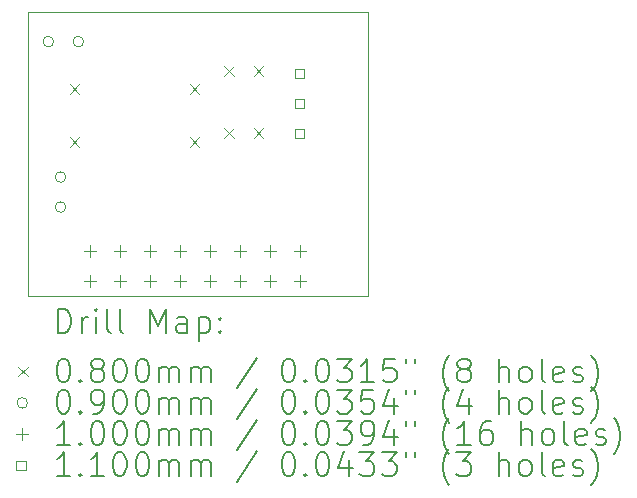
<source format=gbr>
%TF.GenerationSoftware,KiCad,Pcbnew,(6.0.10)*%
%TF.CreationDate,2023-01-21T10:24:11+01:00*%
%TF.ProjectId,MS 5V for Powr Bus,4d532035-5620-4666-9f72-20506f777220,rev?*%
%TF.SameCoordinates,Original*%
%TF.FileFunction,Drillmap*%
%TF.FilePolarity,Positive*%
%FSLAX45Y45*%
G04 Gerber Fmt 4.5, Leading zero omitted, Abs format (unit mm)*
G04 Created by KiCad (PCBNEW (6.0.10)) date 2023-01-21 10:24:11*
%MOMM*%
%LPD*%
G01*
G04 APERTURE LIST*
%ADD10C,0.100000*%
%ADD11C,0.200000*%
%ADD12C,0.080000*%
%ADD13C,0.090000*%
%ADD14C,0.110000*%
G04 APERTURE END LIST*
D10*
X17850000Y-9900000D02*
X14975000Y-9900000D01*
X14975000Y-9900000D02*
X14975000Y-7500000D01*
X17850000Y-7500000D02*
X17850000Y-9900000D01*
X14975000Y-7500000D02*
X17850000Y-7500000D01*
D11*
D12*
X15327000Y-8110000D02*
X15407000Y-8190000D01*
X15407000Y-8110000D02*
X15327000Y-8190000D01*
X15327000Y-8560000D02*
X15407000Y-8640000D01*
X15407000Y-8560000D02*
X15327000Y-8640000D01*
X16343000Y-8110000D02*
X16423000Y-8190000D01*
X16423000Y-8110000D02*
X16343000Y-8190000D01*
X16343000Y-8560000D02*
X16423000Y-8640000D01*
X16423000Y-8560000D02*
X16343000Y-8640000D01*
X16635000Y-7960000D02*
X16715000Y-8040000D01*
X16715000Y-7960000D02*
X16635000Y-8040000D01*
X16635000Y-8485000D02*
X16715000Y-8565000D01*
X16715000Y-8485000D02*
X16635000Y-8565000D01*
X16885000Y-7960000D02*
X16965000Y-8040000D01*
X16965000Y-7960000D02*
X16885000Y-8040000D01*
X16885000Y-8485000D02*
X16965000Y-8565000D01*
X16965000Y-8485000D02*
X16885000Y-8565000D01*
D13*
X15191000Y-7750000D02*
G75*
G03*
X15191000Y-7750000I-45000J0D01*
G01*
X15295000Y-8897000D02*
G75*
G03*
X15295000Y-8897000I-45000J0D01*
G01*
X15295000Y-9151000D02*
G75*
G03*
X15295000Y-9151000I-45000J0D01*
G01*
X15445000Y-7750000D02*
G75*
G03*
X15445000Y-7750000I-45000J0D01*
G01*
D10*
X15497000Y-9475000D02*
X15497000Y-9575000D01*
X15447000Y-9525000D02*
X15547000Y-9525000D01*
X15497000Y-9729000D02*
X15497000Y-9829000D01*
X15447000Y-9779000D02*
X15547000Y-9779000D01*
X15751000Y-9475000D02*
X15751000Y-9575000D01*
X15701000Y-9525000D02*
X15801000Y-9525000D01*
X15751000Y-9729000D02*
X15751000Y-9829000D01*
X15701000Y-9779000D02*
X15801000Y-9779000D01*
X16005000Y-9475000D02*
X16005000Y-9575000D01*
X15955000Y-9525000D02*
X16055000Y-9525000D01*
X16005000Y-9729000D02*
X16005000Y-9829000D01*
X15955000Y-9779000D02*
X16055000Y-9779000D01*
X16259000Y-9475000D02*
X16259000Y-9575000D01*
X16209000Y-9525000D02*
X16309000Y-9525000D01*
X16259000Y-9729000D02*
X16259000Y-9829000D01*
X16209000Y-9779000D02*
X16309000Y-9779000D01*
X16513000Y-9475000D02*
X16513000Y-9575000D01*
X16463000Y-9525000D02*
X16563000Y-9525000D01*
X16513000Y-9729000D02*
X16513000Y-9829000D01*
X16463000Y-9779000D02*
X16563000Y-9779000D01*
X16767000Y-9475000D02*
X16767000Y-9575000D01*
X16717000Y-9525000D02*
X16817000Y-9525000D01*
X16767000Y-9729000D02*
X16767000Y-9829000D01*
X16717000Y-9779000D02*
X16817000Y-9779000D01*
X17021000Y-9475000D02*
X17021000Y-9575000D01*
X16971000Y-9525000D02*
X17071000Y-9525000D01*
X17021000Y-9729000D02*
X17021000Y-9829000D01*
X16971000Y-9779000D02*
X17071000Y-9779000D01*
X17275000Y-9475000D02*
X17275000Y-9575000D01*
X17225000Y-9525000D02*
X17325000Y-9525000D01*
X17275000Y-9729000D02*
X17275000Y-9829000D01*
X17225000Y-9779000D02*
X17325000Y-9779000D01*
D14*
X17313891Y-8055891D02*
X17313891Y-7978109D01*
X17236109Y-7978109D01*
X17236109Y-8055891D01*
X17313891Y-8055891D01*
X17313891Y-8309891D02*
X17313891Y-8232109D01*
X17236109Y-8232109D01*
X17236109Y-8309891D01*
X17313891Y-8309891D01*
X17313891Y-8563891D02*
X17313891Y-8486109D01*
X17236109Y-8486109D01*
X17236109Y-8563891D01*
X17313891Y-8563891D01*
D11*
X15227619Y-10215476D02*
X15227619Y-10015476D01*
X15275238Y-10015476D01*
X15303809Y-10025000D01*
X15322857Y-10044048D01*
X15332381Y-10063095D01*
X15341905Y-10101190D01*
X15341905Y-10129762D01*
X15332381Y-10167857D01*
X15322857Y-10186905D01*
X15303809Y-10205952D01*
X15275238Y-10215476D01*
X15227619Y-10215476D01*
X15427619Y-10215476D02*
X15427619Y-10082143D01*
X15427619Y-10120238D02*
X15437143Y-10101190D01*
X15446667Y-10091667D01*
X15465714Y-10082143D01*
X15484762Y-10082143D01*
X15551428Y-10215476D02*
X15551428Y-10082143D01*
X15551428Y-10015476D02*
X15541905Y-10025000D01*
X15551428Y-10034524D01*
X15560952Y-10025000D01*
X15551428Y-10015476D01*
X15551428Y-10034524D01*
X15675238Y-10215476D02*
X15656190Y-10205952D01*
X15646667Y-10186905D01*
X15646667Y-10015476D01*
X15780000Y-10215476D02*
X15760952Y-10205952D01*
X15751428Y-10186905D01*
X15751428Y-10015476D01*
X16008571Y-10215476D02*
X16008571Y-10015476D01*
X16075238Y-10158333D01*
X16141905Y-10015476D01*
X16141905Y-10215476D01*
X16322857Y-10215476D02*
X16322857Y-10110714D01*
X16313333Y-10091667D01*
X16294286Y-10082143D01*
X16256190Y-10082143D01*
X16237143Y-10091667D01*
X16322857Y-10205952D02*
X16303809Y-10215476D01*
X16256190Y-10215476D01*
X16237143Y-10205952D01*
X16227619Y-10186905D01*
X16227619Y-10167857D01*
X16237143Y-10148810D01*
X16256190Y-10139286D01*
X16303809Y-10139286D01*
X16322857Y-10129762D01*
X16418095Y-10082143D02*
X16418095Y-10282143D01*
X16418095Y-10091667D02*
X16437143Y-10082143D01*
X16475238Y-10082143D01*
X16494286Y-10091667D01*
X16503809Y-10101190D01*
X16513333Y-10120238D01*
X16513333Y-10177381D01*
X16503809Y-10196429D01*
X16494286Y-10205952D01*
X16475238Y-10215476D01*
X16437143Y-10215476D01*
X16418095Y-10205952D01*
X16599048Y-10196429D02*
X16608571Y-10205952D01*
X16599048Y-10215476D01*
X16589524Y-10205952D01*
X16599048Y-10196429D01*
X16599048Y-10215476D01*
X16599048Y-10091667D02*
X16608571Y-10101190D01*
X16599048Y-10110714D01*
X16589524Y-10101190D01*
X16599048Y-10091667D01*
X16599048Y-10110714D01*
D12*
X14890000Y-10505000D02*
X14970000Y-10585000D01*
X14970000Y-10505000D02*
X14890000Y-10585000D01*
D11*
X15265714Y-10435476D02*
X15284762Y-10435476D01*
X15303809Y-10445000D01*
X15313333Y-10454524D01*
X15322857Y-10473571D01*
X15332381Y-10511667D01*
X15332381Y-10559286D01*
X15322857Y-10597381D01*
X15313333Y-10616429D01*
X15303809Y-10625952D01*
X15284762Y-10635476D01*
X15265714Y-10635476D01*
X15246667Y-10625952D01*
X15237143Y-10616429D01*
X15227619Y-10597381D01*
X15218095Y-10559286D01*
X15218095Y-10511667D01*
X15227619Y-10473571D01*
X15237143Y-10454524D01*
X15246667Y-10445000D01*
X15265714Y-10435476D01*
X15418095Y-10616429D02*
X15427619Y-10625952D01*
X15418095Y-10635476D01*
X15408571Y-10625952D01*
X15418095Y-10616429D01*
X15418095Y-10635476D01*
X15541905Y-10521190D02*
X15522857Y-10511667D01*
X15513333Y-10502143D01*
X15503809Y-10483095D01*
X15503809Y-10473571D01*
X15513333Y-10454524D01*
X15522857Y-10445000D01*
X15541905Y-10435476D01*
X15580000Y-10435476D01*
X15599048Y-10445000D01*
X15608571Y-10454524D01*
X15618095Y-10473571D01*
X15618095Y-10483095D01*
X15608571Y-10502143D01*
X15599048Y-10511667D01*
X15580000Y-10521190D01*
X15541905Y-10521190D01*
X15522857Y-10530714D01*
X15513333Y-10540238D01*
X15503809Y-10559286D01*
X15503809Y-10597381D01*
X15513333Y-10616429D01*
X15522857Y-10625952D01*
X15541905Y-10635476D01*
X15580000Y-10635476D01*
X15599048Y-10625952D01*
X15608571Y-10616429D01*
X15618095Y-10597381D01*
X15618095Y-10559286D01*
X15608571Y-10540238D01*
X15599048Y-10530714D01*
X15580000Y-10521190D01*
X15741905Y-10435476D02*
X15760952Y-10435476D01*
X15780000Y-10445000D01*
X15789524Y-10454524D01*
X15799048Y-10473571D01*
X15808571Y-10511667D01*
X15808571Y-10559286D01*
X15799048Y-10597381D01*
X15789524Y-10616429D01*
X15780000Y-10625952D01*
X15760952Y-10635476D01*
X15741905Y-10635476D01*
X15722857Y-10625952D01*
X15713333Y-10616429D01*
X15703809Y-10597381D01*
X15694286Y-10559286D01*
X15694286Y-10511667D01*
X15703809Y-10473571D01*
X15713333Y-10454524D01*
X15722857Y-10445000D01*
X15741905Y-10435476D01*
X15932381Y-10435476D02*
X15951428Y-10435476D01*
X15970476Y-10445000D01*
X15980000Y-10454524D01*
X15989524Y-10473571D01*
X15999048Y-10511667D01*
X15999048Y-10559286D01*
X15989524Y-10597381D01*
X15980000Y-10616429D01*
X15970476Y-10625952D01*
X15951428Y-10635476D01*
X15932381Y-10635476D01*
X15913333Y-10625952D01*
X15903809Y-10616429D01*
X15894286Y-10597381D01*
X15884762Y-10559286D01*
X15884762Y-10511667D01*
X15894286Y-10473571D01*
X15903809Y-10454524D01*
X15913333Y-10445000D01*
X15932381Y-10435476D01*
X16084762Y-10635476D02*
X16084762Y-10502143D01*
X16084762Y-10521190D02*
X16094286Y-10511667D01*
X16113333Y-10502143D01*
X16141905Y-10502143D01*
X16160952Y-10511667D01*
X16170476Y-10530714D01*
X16170476Y-10635476D01*
X16170476Y-10530714D02*
X16180000Y-10511667D01*
X16199048Y-10502143D01*
X16227619Y-10502143D01*
X16246667Y-10511667D01*
X16256190Y-10530714D01*
X16256190Y-10635476D01*
X16351428Y-10635476D02*
X16351428Y-10502143D01*
X16351428Y-10521190D02*
X16360952Y-10511667D01*
X16380000Y-10502143D01*
X16408571Y-10502143D01*
X16427619Y-10511667D01*
X16437143Y-10530714D01*
X16437143Y-10635476D01*
X16437143Y-10530714D02*
X16446667Y-10511667D01*
X16465714Y-10502143D01*
X16494286Y-10502143D01*
X16513333Y-10511667D01*
X16522857Y-10530714D01*
X16522857Y-10635476D01*
X16913333Y-10425952D02*
X16741905Y-10683095D01*
X17170476Y-10435476D02*
X17189524Y-10435476D01*
X17208571Y-10445000D01*
X17218095Y-10454524D01*
X17227619Y-10473571D01*
X17237143Y-10511667D01*
X17237143Y-10559286D01*
X17227619Y-10597381D01*
X17218095Y-10616429D01*
X17208571Y-10625952D01*
X17189524Y-10635476D01*
X17170476Y-10635476D01*
X17151429Y-10625952D01*
X17141905Y-10616429D01*
X17132381Y-10597381D01*
X17122857Y-10559286D01*
X17122857Y-10511667D01*
X17132381Y-10473571D01*
X17141905Y-10454524D01*
X17151429Y-10445000D01*
X17170476Y-10435476D01*
X17322857Y-10616429D02*
X17332381Y-10625952D01*
X17322857Y-10635476D01*
X17313333Y-10625952D01*
X17322857Y-10616429D01*
X17322857Y-10635476D01*
X17456190Y-10435476D02*
X17475238Y-10435476D01*
X17494286Y-10445000D01*
X17503810Y-10454524D01*
X17513333Y-10473571D01*
X17522857Y-10511667D01*
X17522857Y-10559286D01*
X17513333Y-10597381D01*
X17503810Y-10616429D01*
X17494286Y-10625952D01*
X17475238Y-10635476D01*
X17456190Y-10635476D01*
X17437143Y-10625952D01*
X17427619Y-10616429D01*
X17418095Y-10597381D01*
X17408571Y-10559286D01*
X17408571Y-10511667D01*
X17418095Y-10473571D01*
X17427619Y-10454524D01*
X17437143Y-10445000D01*
X17456190Y-10435476D01*
X17589524Y-10435476D02*
X17713333Y-10435476D01*
X17646667Y-10511667D01*
X17675238Y-10511667D01*
X17694286Y-10521190D01*
X17703810Y-10530714D01*
X17713333Y-10549762D01*
X17713333Y-10597381D01*
X17703810Y-10616429D01*
X17694286Y-10625952D01*
X17675238Y-10635476D01*
X17618095Y-10635476D01*
X17599048Y-10625952D01*
X17589524Y-10616429D01*
X17903810Y-10635476D02*
X17789524Y-10635476D01*
X17846667Y-10635476D02*
X17846667Y-10435476D01*
X17827619Y-10464048D01*
X17808571Y-10483095D01*
X17789524Y-10492619D01*
X18084762Y-10435476D02*
X17989524Y-10435476D01*
X17980000Y-10530714D01*
X17989524Y-10521190D01*
X18008571Y-10511667D01*
X18056190Y-10511667D01*
X18075238Y-10521190D01*
X18084762Y-10530714D01*
X18094286Y-10549762D01*
X18094286Y-10597381D01*
X18084762Y-10616429D01*
X18075238Y-10625952D01*
X18056190Y-10635476D01*
X18008571Y-10635476D01*
X17989524Y-10625952D01*
X17980000Y-10616429D01*
X18170476Y-10435476D02*
X18170476Y-10473571D01*
X18246667Y-10435476D02*
X18246667Y-10473571D01*
X18541905Y-10711667D02*
X18532381Y-10702143D01*
X18513333Y-10673571D01*
X18503810Y-10654524D01*
X18494286Y-10625952D01*
X18484762Y-10578333D01*
X18484762Y-10540238D01*
X18494286Y-10492619D01*
X18503810Y-10464048D01*
X18513333Y-10445000D01*
X18532381Y-10416429D01*
X18541905Y-10406905D01*
X18646667Y-10521190D02*
X18627619Y-10511667D01*
X18618095Y-10502143D01*
X18608571Y-10483095D01*
X18608571Y-10473571D01*
X18618095Y-10454524D01*
X18627619Y-10445000D01*
X18646667Y-10435476D01*
X18684762Y-10435476D01*
X18703810Y-10445000D01*
X18713333Y-10454524D01*
X18722857Y-10473571D01*
X18722857Y-10483095D01*
X18713333Y-10502143D01*
X18703810Y-10511667D01*
X18684762Y-10521190D01*
X18646667Y-10521190D01*
X18627619Y-10530714D01*
X18618095Y-10540238D01*
X18608571Y-10559286D01*
X18608571Y-10597381D01*
X18618095Y-10616429D01*
X18627619Y-10625952D01*
X18646667Y-10635476D01*
X18684762Y-10635476D01*
X18703810Y-10625952D01*
X18713333Y-10616429D01*
X18722857Y-10597381D01*
X18722857Y-10559286D01*
X18713333Y-10540238D01*
X18703810Y-10530714D01*
X18684762Y-10521190D01*
X18960952Y-10635476D02*
X18960952Y-10435476D01*
X19046667Y-10635476D02*
X19046667Y-10530714D01*
X19037143Y-10511667D01*
X19018095Y-10502143D01*
X18989524Y-10502143D01*
X18970476Y-10511667D01*
X18960952Y-10521190D01*
X19170476Y-10635476D02*
X19151429Y-10625952D01*
X19141905Y-10616429D01*
X19132381Y-10597381D01*
X19132381Y-10540238D01*
X19141905Y-10521190D01*
X19151429Y-10511667D01*
X19170476Y-10502143D01*
X19199048Y-10502143D01*
X19218095Y-10511667D01*
X19227619Y-10521190D01*
X19237143Y-10540238D01*
X19237143Y-10597381D01*
X19227619Y-10616429D01*
X19218095Y-10625952D01*
X19199048Y-10635476D01*
X19170476Y-10635476D01*
X19351429Y-10635476D02*
X19332381Y-10625952D01*
X19322857Y-10606905D01*
X19322857Y-10435476D01*
X19503810Y-10625952D02*
X19484762Y-10635476D01*
X19446667Y-10635476D01*
X19427619Y-10625952D01*
X19418095Y-10606905D01*
X19418095Y-10530714D01*
X19427619Y-10511667D01*
X19446667Y-10502143D01*
X19484762Y-10502143D01*
X19503810Y-10511667D01*
X19513333Y-10530714D01*
X19513333Y-10549762D01*
X19418095Y-10568810D01*
X19589524Y-10625952D02*
X19608571Y-10635476D01*
X19646667Y-10635476D01*
X19665714Y-10625952D01*
X19675238Y-10606905D01*
X19675238Y-10597381D01*
X19665714Y-10578333D01*
X19646667Y-10568810D01*
X19618095Y-10568810D01*
X19599048Y-10559286D01*
X19589524Y-10540238D01*
X19589524Y-10530714D01*
X19599048Y-10511667D01*
X19618095Y-10502143D01*
X19646667Y-10502143D01*
X19665714Y-10511667D01*
X19741905Y-10711667D02*
X19751429Y-10702143D01*
X19770476Y-10673571D01*
X19780000Y-10654524D01*
X19789524Y-10625952D01*
X19799048Y-10578333D01*
X19799048Y-10540238D01*
X19789524Y-10492619D01*
X19780000Y-10464048D01*
X19770476Y-10445000D01*
X19751429Y-10416429D01*
X19741905Y-10406905D01*
D13*
X14970000Y-10809000D02*
G75*
G03*
X14970000Y-10809000I-45000J0D01*
G01*
D11*
X15265714Y-10699476D02*
X15284762Y-10699476D01*
X15303809Y-10709000D01*
X15313333Y-10718524D01*
X15322857Y-10737571D01*
X15332381Y-10775667D01*
X15332381Y-10823286D01*
X15322857Y-10861381D01*
X15313333Y-10880429D01*
X15303809Y-10889952D01*
X15284762Y-10899476D01*
X15265714Y-10899476D01*
X15246667Y-10889952D01*
X15237143Y-10880429D01*
X15227619Y-10861381D01*
X15218095Y-10823286D01*
X15218095Y-10775667D01*
X15227619Y-10737571D01*
X15237143Y-10718524D01*
X15246667Y-10709000D01*
X15265714Y-10699476D01*
X15418095Y-10880429D02*
X15427619Y-10889952D01*
X15418095Y-10899476D01*
X15408571Y-10889952D01*
X15418095Y-10880429D01*
X15418095Y-10899476D01*
X15522857Y-10899476D02*
X15560952Y-10899476D01*
X15580000Y-10889952D01*
X15589524Y-10880429D01*
X15608571Y-10851857D01*
X15618095Y-10813762D01*
X15618095Y-10737571D01*
X15608571Y-10718524D01*
X15599048Y-10709000D01*
X15580000Y-10699476D01*
X15541905Y-10699476D01*
X15522857Y-10709000D01*
X15513333Y-10718524D01*
X15503809Y-10737571D01*
X15503809Y-10785190D01*
X15513333Y-10804238D01*
X15522857Y-10813762D01*
X15541905Y-10823286D01*
X15580000Y-10823286D01*
X15599048Y-10813762D01*
X15608571Y-10804238D01*
X15618095Y-10785190D01*
X15741905Y-10699476D02*
X15760952Y-10699476D01*
X15780000Y-10709000D01*
X15789524Y-10718524D01*
X15799048Y-10737571D01*
X15808571Y-10775667D01*
X15808571Y-10823286D01*
X15799048Y-10861381D01*
X15789524Y-10880429D01*
X15780000Y-10889952D01*
X15760952Y-10899476D01*
X15741905Y-10899476D01*
X15722857Y-10889952D01*
X15713333Y-10880429D01*
X15703809Y-10861381D01*
X15694286Y-10823286D01*
X15694286Y-10775667D01*
X15703809Y-10737571D01*
X15713333Y-10718524D01*
X15722857Y-10709000D01*
X15741905Y-10699476D01*
X15932381Y-10699476D02*
X15951428Y-10699476D01*
X15970476Y-10709000D01*
X15980000Y-10718524D01*
X15989524Y-10737571D01*
X15999048Y-10775667D01*
X15999048Y-10823286D01*
X15989524Y-10861381D01*
X15980000Y-10880429D01*
X15970476Y-10889952D01*
X15951428Y-10899476D01*
X15932381Y-10899476D01*
X15913333Y-10889952D01*
X15903809Y-10880429D01*
X15894286Y-10861381D01*
X15884762Y-10823286D01*
X15884762Y-10775667D01*
X15894286Y-10737571D01*
X15903809Y-10718524D01*
X15913333Y-10709000D01*
X15932381Y-10699476D01*
X16084762Y-10899476D02*
X16084762Y-10766143D01*
X16084762Y-10785190D02*
X16094286Y-10775667D01*
X16113333Y-10766143D01*
X16141905Y-10766143D01*
X16160952Y-10775667D01*
X16170476Y-10794714D01*
X16170476Y-10899476D01*
X16170476Y-10794714D02*
X16180000Y-10775667D01*
X16199048Y-10766143D01*
X16227619Y-10766143D01*
X16246667Y-10775667D01*
X16256190Y-10794714D01*
X16256190Y-10899476D01*
X16351428Y-10899476D02*
X16351428Y-10766143D01*
X16351428Y-10785190D02*
X16360952Y-10775667D01*
X16380000Y-10766143D01*
X16408571Y-10766143D01*
X16427619Y-10775667D01*
X16437143Y-10794714D01*
X16437143Y-10899476D01*
X16437143Y-10794714D02*
X16446667Y-10775667D01*
X16465714Y-10766143D01*
X16494286Y-10766143D01*
X16513333Y-10775667D01*
X16522857Y-10794714D01*
X16522857Y-10899476D01*
X16913333Y-10689952D02*
X16741905Y-10947095D01*
X17170476Y-10699476D02*
X17189524Y-10699476D01*
X17208571Y-10709000D01*
X17218095Y-10718524D01*
X17227619Y-10737571D01*
X17237143Y-10775667D01*
X17237143Y-10823286D01*
X17227619Y-10861381D01*
X17218095Y-10880429D01*
X17208571Y-10889952D01*
X17189524Y-10899476D01*
X17170476Y-10899476D01*
X17151429Y-10889952D01*
X17141905Y-10880429D01*
X17132381Y-10861381D01*
X17122857Y-10823286D01*
X17122857Y-10775667D01*
X17132381Y-10737571D01*
X17141905Y-10718524D01*
X17151429Y-10709000D01*
X17170476Y-10699476D01*
X17322857Y-10880429D02*
X17332381Y-10889952D01*
X17322857Y-10899476D01*
X17313333Y-10889952D01*
X17322857Y-10880429D01*
X17322857Y-10899476D01*
X17456190Y-10699476D02*
X17475238Y-10699476D01*
X17494286Y-10709000D01*
X17503810Y-10718524D01*
X17513333Y-10737571D01*
X17522857Y-10775667D01*
X17522857Y-10823286D01*
X17513333Y-10861381D01*
X17503810Y-10880429D01*
X17494286Y-10889952D01*
X17475238Y-10899476D01*
X17456190Y-10899476D01*
X17437143Y-10889952D01*
X17427619Y-10880429D01*
X17418095Y-10861381D01*
X17408571Y-10823286D01*
X17408571Y-10775667D01*
X17418095Y-10737571D01*
X17427619Y-10718524D01*
X17437143Y-10709000D01*
X17456190Y-10699476D01*
X17589524Y-10699476D02*
X17713333Y-10699476D01*
X17646667Y-10775667D01*
X17675238Y-10775667D01*
X17694286Y-10785190D01*
X17703810Y-10794714D01*
X17713333Y-10813762D01*
X17713333Y-10861381D01*
X17703810Y-10880429D01*
X17694286Y-10889952D01*
X17675238Y-10899476D01*
X17618095Y-10899476D01*
X17599048Y-10889952D01*
X17589524Y-10880429D01*
X17894286Y-10699476D02*
X17799048Y-10699476D01*
X17789524Y-10794714D01*
X17799048Y-10785190D01*
X17818095Y-10775667D01*
X17865714Y-10775667D01*
X17884762Y-10785190D01*
X17894286Y-10794714D01*
X17903810Y-10813762D01*
X17903810Y-10861381D01*
X17894286Y-10880429D01*
X17884762Y-10889952D01*
X17865714Y-10899476D01*
X17818095Y-10899476D01*
X17799048Y-10889952D01*
X17789524Y-10880429D01*
X18075238Y-10766143D02*
X18075238Y-10899476D01*
X18027619Y-10689952D02*
X17980000Y-10832810D01*
X18103810Y-10832810D01*
X18170476Y-10699476D02*
X18170476Y-10737571D01*
X18246667Y-10699476D02*
X18246667Y-10737571D01*
X18541905Y-10975667D02*
X18532381Y-10966143D01*
X18513333Y-10937571D01*
X18503810Y-10918524D01*
X18494286Y-10889952D01*
X18484762Y-10842333D01*
X18484762Y-10804238D01*
X18494286Y-10756619D01*
X18503810Y-10728048D01*
X18513333Y-10709000D01*
X18532381Y-10680429D01*
X18541905Y-10670905D01*
X18703810Y-10766143D02*
X18703810Y-10899476D01*
X18656190Y-10689952D02*
X18608571Y-10832810D01*
X18732381Y-10832810D01*
X18960952Y-10899476D02*
X18960952Y-10699476D01*
X19046667Y-10899476D02*
X19046667Y-10794714D01*
X19037143Y-10775667D01*
X19018095Y-10766143D01*
X18989524Y-10766143D01*
X18970476Y-10775667D01*
X18960952Y-10785190D01*
X19170476Y-10899476D02*
X19151429Y-10889952D01*
X19141905Y-10880429D01*
X19132381Y-10861381D01*
X19132381Y-10804238D01*
X19141905Y-10785190D01*
X19151429Y-10775667D01*
X19170476Y-10766143D01*
X19199048Y-10766143D01*
X19218095Y-10775667D01*
X19227619Y-10785190D01*
X19237143Y-10804238D01*
X19237143Y-10861381D01*
X19227619Y-10880429D01*
X19218095Y-10889952D01*
X19199048Y-10899476D01*
X19170476Y-10899476D01*
X19351429Y-10899476D02*
X19332381Y-10889952D01*
X19322857Y-10870905D01*
X19322857Y-10699476D01*
X19503810Y-10889952D02*
X19484762Y-10899476D01*
X19446667Y-10899476D01*
X19427619Y-10889952D01*
X19418095Y-10870905D01*
X19418095Y-10794714D01*
X19427619Y-10775667D01*
X19446667Y-10766143D01*
X19484762Y-10766143D01*
X19503810Y-10775667D01*
X19513333Y-10794714D01*
X19513333Y-10813762D01*
X19418095Y-10832810D01*
X19589524Y-10889952D02*
X19608571Y-10899476D01*
X19646667Y-10899476D01*
X19665714Y-10889952D01*
X19675238Y-10870905D01*
X19675238Y-10861381D01*
X19665714Y-10842333D01*
X19646667Y-10832810D01*
X19618095Y-10832810D01*
X19599048Y-10823286D01*
X19589524Y-10804238D01*
X19589524Y-10794714D01*
X19599048Y-10775667D01*
X19618095Y-10766143D01*
X19646667Y-10766143D01*
X19665714Y-10775667D01*
X19741905Y-10975667D02*
X19751429Y-10966143D01*
X19770476Y-10937571D01*
X19780000Y-10918524D01*
X19789524Y-10889952D01*
X19799048Y-10842333D01*
X19799048Y-10804238D01*
X19789524Y-10756619D01*
X19780000Y-10728048D01*
X19770476Y-10709000D01*
X19751429Y-10680429D01*
X19741905Y-10670905D01*
D10*
X14920000Y-11023000D02*
X14920000Y-11123000D01*
X14870000Y-11073000D02*
X14970000Y-11073000D01*
D11*
X15332381Y-11163476D02*
X15218095Y-11163476D01*
X15275238Y-11163476D02*
X15275238Y-10963476D01*
X15256190Y-10992048D01*
X15237143Y-11011095D01*
X15218095Y-11020619D01*
X15418095Y-11144429D02*
X15427619Y-11153952D01*
X15418095Y-11163476D01*
X15408571Y-11153952D01*
X15418095Y-11144429D01*
X15418095Y-11163476D01*
X15551428Y-10963476D02*
X15570476Y-10963476D01*
X15589524Y-10973000D01*
X15599048Y-10982524D01*
X15608571Y-11001571D01*
X15618095Y-11039667D01*
X15618095Y-11087286D01*
X15608571Y-11125381D01*
X15599048Y-11144429D01*
X15589524Y-11153952D01*
X15570476Y-11163476D01*
X15551428Y-11163476D01*
X15532381Y-11153952D01*
X15522857Y-11144429D01*
X15513333Y-11125381D01*
X15503809Y-11087286D01*
X15503809Y-11039667D01*
X15513333Y-11001571D01*
X15522857Y-10982524D01*
X15532381Y-10973000D01*
X15551428Y-10963476D01*
X15741905Y-10963476D02*
X15760952Y-10963476D01*
X15780000Y-10973000D01*
X15789524Y-10982524D01*
X15799048Y-11001571D01*
X15808571Y-11039667D01*
X15808571Y-11087286D01*
X15799048Y-11125381D01*
X15789524Y-11144429D01*
X15780000Y-11153952D01*
X15760952Y-11163476D01*
X15741905Y-11163476D01*
X15722857Y-11153952D01*
X15713333Y-11144429D01*
X15703809Y-11125381D01*
X15694286Y-11087286D01*
X15694286Y-11039667D01*
X15703809Y-11001571D01*
X15713333Y-10982524D01*
X15722857Y-10973000D01*
X15741905Y-10963476D01*
X15932381Y-10963476D02*
X15951428Y-10963476D01*
X15970476Y-10973000D01*
X15980000Y-10982524D01*
X15989524Y-11001571D01*
X15999048Y-11039667D01*
X15999048Y-11087286D01*
X15989524Y-11125381D01*
X15980000Y-11144429D01*
X15970476Y-11153952D01*
X15951428Y-11163476D01*
X15932381Y-11163476D01*
X15913333Y-11153952D01*
X15903809Y-11144429D01*
X15894286Y-11125381D01*
X15884762Y-11087286D01*
X15884762Y-11039667D01*
X15894286Y-11001571D01*
X15903809Y-10982524D01*
X15913333Y-10973000D01*
X15932381Y-10963476D01*
X16084762Y-11163476D02*
X16084762Y-11030143D01*
X16084762Y-11049190D02*
X16094286Y-11039667D01*
X16113333Y-11030143D01*
X16141905Y-11030143D01*
X16160952Y-11039667D01*
X16170476Y-11058714D01*
X16170476Y-11163476D01*
X16170476Y-11058714D02*
X16180000Y-11039667D01*
X16199048Y-11030143D01*
X16227619Y-11030143D01*
X16246667Y-11039667D01*
X16256190Y-11058714D01*
X16256190Y-11163476D01*
X16351428Y-11163476D02*
X16351428Y-11030143D01*
X16351428Y-11049190D02*
X16360952Y-11039667D01*
X16380000Y-11030143D01*
X16408571Y-11030143D01*
X16427619Y-11039667D01*
X16437143Y-11058714D01*
X16437143Y-11163476D01*
X16437143Y-11058714D02*
X16446667Y-11039667D01*
X16465714Y-11030143D01*
X16494286Y-11030143D01*
X16513333Y-11039667D01*
X16522857Y-11058714D01*
X16522857Y-11163476D01*
X16913333Y-10953952D02*
X16741905Y-11211095D01*
X17170476Y-10963476D02*
X17189524Y-10963476D01*
X17208571Y-10973000D01*
X17218095Y-10982524D01*
X17227619Y-11001571D01*
X17237143Y-11039667D01*
X17237143Y-11087286D01*
X17227619Y-11125381D01*
X17218095Y-11144429D01*
X17208571Y-11153952D01*
X17189524Y-11163476D01*
X17170476Y-11163476D01*
X17151429Y-11153952D01*
X17141905Y-11144429D01*
X17132381Y-11125381D01*
X17122857Y-11087286D01*
X17122857Y-11039667D01*
X17132381Y-11001571D01*
X17141905Y-10982524D01*
X17151429Y-10973000D01*
X17170476Y-10963476D01*
X17322857Y-11144429D02*
X17332381Y-11153952D01*
X17322857Y-11163476D01*
X17313333Y-11153952D01*
X17322857Y-11144429D01*
X17322857Y-11163476D01*
X17456190Y-10963476D02*
X17475238Y-10963476D01*
X17494286Y-10973000D01*
X17503810Y-10982524D01*
X17513333Y-11001571D01*
X17522857Y-11039667D01*
X17522857Y-11087286D01*
X17513333Y-11125381D01*
X17503810Y-11144429D01*
X17494286Y-11153952D01*
X17475238Y-11163476D01*
X17456190Y-11163476D01*
X17437143Y-11153952D01*
X17427619Y-11144429D01*
X17418095Y-11125381D01*
X17408571Y-11087286D01*
X17408571Y-11039667D01*
X17418095Y-11001571D01*
X17427619Y-10982524D01*
X17437143Y-10973000D01*
X17456190Y-10963476D01*
X17589524Y-10963476D02*
X17713333Y-10963476D01*
X17646667Y-11039667D01*
X17675238Y-11039667D01*
X17694286Y-11049190D01*
X17703810Y-11058714D01*
X17713333Y-11077762D01*
X17713333Y-11125381D01*
X17703810Y-11144429D01*
X17694286Y-11153952D01*
X17675238Y-11163476D01*
X17618095Y-11163476D01*
X17599048Y-11153952D01*
X17589524Y-11144429D01*
X17808571Y-11163476D02*
X17846667Y-11163476D01*
X17865714Y-11153952D01*
X17875238Y-11144429D01*
X17894286Y-11115857D01*
X17903810Y-11077762D01*
X17903810Y-11001571D01*
X17894286Y-10982524D01*
X17884762Y-10973000D01*
X17865714Y-10963476D01*
X17827619Y-10963476D01*
X17808571Y-10973000D01*
X17799048Y-10982524D01*
X17789524Y-11001571D01*
X17789524Y-11049190D01*
X17799048Y-11068238D01*
X17808571Y-11077762D01*
X17827619Y-11087286D01*
X17865714Y-11087286D01*
X17884762Y-11077762D01*
X17894286Y-11068238D01*
X17903810Y-11049190D01*
X18075238Y-11030143D02*
X18075238Y-11163476D01*
X18027619Y-10953952D02*
X17980000Y-11096810D01*
X18103810Y-11096810D01*
X18170476Y-10963476D02*
X18170476Y-11001571D01*
X18246667Y-10963476D02*
X18246667Y-11001571D01*
X18541905Y-11239667D02*
X18532381Y-11230143D01*
X18513333Y-11201571D01*
X18503810Y-11182524D01*
X18494286Y-11153952D01*
X18484762Y-11106333D01*
X18484762Y-11068238D01*
X18494286Y-11020619D01*
X18503810Y-10992048D01*
X18513333Y-10973000D01*
X18532381Y-10944429D01*
X18541905Y-10934905D01*
X18722857Y-11163476D02*
X18608571Y-11163476D01*
X18665714Y-11163476D02*
X18665714Y-10963476D01*
X18646667Y-10992048D01*
X18627619Y-11011095D01*
X18608571Y-11020619D01*
X18894286Y-10963476D02*
X18856190Y-10963476D01*
X18837143Y-10973000D01*
X18827619Y-10982524D01*
X18808571Y-11011095D01*
X18799048Y-11049190D01*
X18799048Y-11125381D01*
X18808571Y-11144429D01*
X18818095Y-11153952D01*
X18837143Y-11163476D01*
X18875238Y-11163476D01*
X18894286Y-11153952D01*
X18903810Y-11144429D01*
X18913333Y-11125381D01*
X18913333Y-11077762D01*
X18903810Y-11058714D01*
X18894286Y-11049190D01*
X18875238Y-11039667D01*
X18837143Y-11039667D01*
X18818095Y-11049190D01*
X18808571Y-11058714D01*
X18799048Y-11077762D01*
X19151429Y-11163476D02*
X19151429Y-10963476D01*
X19237143Y-11163476D02*
X19237143Y-11058714D01*
X19227619Y-11039667D01*
X19208571Y-11030143D01*
X19180000Y-11030143D01*
X19160952Y-11039667D01*
X19151429Y-11049190D01*
X19360952Y-11163476D02*
X19341905Y-11153952D01*
X19332381Y-11144429D01*
X19322857Y-11125381D01*
X19322857Y-11068238D01*
X19332381Y-11049190D01*
X19341905Y-11039667D01*
X19360952Y-11030143D01*
X19389524Y-11030143D01*
X19408571Y-11039667D01*
X19418095Y-11049190D01*
X19427619Y-11068238D01*
X19427619Y-11125381D01*
X19418095Y-11144429D01*
X19408571Y-11153952D01*
X19389524Y-11163476D01*
X19360952Y-11163476D01*
X19541905Y-11163476D02*
X19522857Y-11153952D01*
X19513333Y-11134905D01*
X19513333Y-10963476D01*
X19694286Y-11153952D02*
X19675238Y-11163476D01*
X19637143Y-11163476D01*
X19618095Y-11153952D01*
X19608571Y-11134905D01*
X19608571Y-11058714D01*
X19618095Y-11039667D01*
X19637143Y-11030143D01*
X19675238Y-11030143D01*
X19694286Y-11039667D01*
X19703810Y-11058714D01*
X19703810Y-11077762D01*
X19608571Y-11096810D01*
X19780000Y-11153952D02*
X19799048Y-11163476D01*
X19837143Y-11163476D01*
X19856190Y-11153952D01*
X19865714Y-11134905D01*
X19865714Y-11125381D01*
X19856190Y-11106333D01*
X19837143Y-11096810D01*
X19808571Y-11096810D01*
X19789524Y-11087286D01*
X19780000Y-11068238D01*
X19780000Y-11058714D01*
X19789524Y-11039667D01*
X19808571Y-11030143D01*
X19837143Y-11030143D01*
X19856190Y-11039667D01*
X19932381Y-11239667D02*
X19941905Y-11230143D01*
X19960952Y-11201571D01*
X19970476Y-11182524D01*
X19980000Y-11153952D01*
X19989524Y-11106333D01*
X19989524Y-11068238D01*
X19980000Y-11020619D01*
X19970476Y-10992048D01*
X19960952Y-10973000D01*
X19941905Y-10944429D01*
X19932381Y-10934905D01*
D14*
X14953891Y-11375891D02*
X14953891Y-11298109D01*
X14876109Y-11298109D01*
X14876109Y-11375891D01*
X14953891Y-11375891D01*
D11*
X15332381Y-11427476D02*
X15218095Y-11427476D01*
X15275238Y-11427476D02*
X15275238Y-11227476D01*
X15256190Y-11256048D01*
X15237143Y-11275095D01*
X15218095Y-11284619D01*
X15418095Y-11408428D02*
X15427619Y-11417952D01*
X15418095Y-11427476D01*
X15408571Y-11417952D01*
X15418095Y-11408428D01*
X15418095Y-11427476D01*
X15618095Y-11427476D02*
X15503809Y-11427476D01*
X15560952Y-11427476D02*
X15560952Y-11227476D01*
X15541905Y-11256048D01*
X15522857Y-11275095D01*
X15503809Y-11284619D01*
X15741905Y-11227476D02*
X15760952Y-11227476D01*
X15780000Y-11237000D01*
X15789524Y-11246524D01*
X15799048Y-11265571D01*
X15808571Y-11303667D01*
X15808571Y-11351286D01*
X15799048Y-11389381D01*
X15789524Y-11408428D01*
X15780000Y-11417952D01*
X15760952Y-11427476D01*
X15741905Y-11427476D01*
X15722857Y-11417952D01*
X15713333Y-11408428D01*
X15703809Y-11389381D01*
X15694286Y-11351286D01*
X15694286Y-11303667D01*
X15703809Y-11265571D01*
X15713333Y-11246524D01*
X15722857Y-11237000D01*
X15741905Y-11227476D01*
X15932381Y-11227476D02*
X15951428Y-11227476D01*
X15970476Y-11237000D01*
X15980000Y-11246524D01*
X15989524Y-11265571D01*
X15999048Y-11303667D01*
X15999048Y-11351286D01*
X15989524Y-11389381D01*
X15980000Y-11408428D01*
X15970476Y-11417952D01*
X15951428Y-11427476D01*
X15932381Y-11427476D01*
X15913333Y-11417952D01*
X15903809Y-11408428D01*
X15894286Y-11389381D01*
X15884762Y-11351286D01*
X15884762Y-11303667D01*
X15894286Y-11265571D01*
X15903809Y-11246524D01*
X15913333Y-11237000D01*
X15932381Y-11227476D01*
X16084762Y-11427476D02*
X16084762Y-11294143D01*
X16084762Y-11313190D02*
X16094286Y-11303667D01*
X16113333Y-11294143D01*
X16141905Y-11294143D01*
X16160952Y-11303667D01*
X16170476Y-11322714D01*
X16170476Y-11427476D01*
X16170476Y-11322714D02*
X16180000Y-11303667D01*
X16199048Y-11294143D01*
X16227619Y-11294143D01*
X16246667Y-11303667D01*
X16256190Y-11322714D01*
X16256190Y-11427476D01*
X16351428Y-11427476D02*
X16351428Y-11294143D01*
X16351428Y-11313190D02*
X16360952Y-11303667D01*
X16380000Y-11294143D01*
X16408571Y-11294143D01*
X16427619Y-11303667D01*
X16437143Y-11322714D01*
X16437143Y-11427476D01*
X16437143Y-11322714D02*
X16446667Y-11303667D01*
X16465714Y-11294143D01*
X16494286Y-11294143D01*
X16513333Y-11303667D01*
X16522857Y-11322714D01*
X16522857Y-11427476D01*
X16913333Y-11217952D02*
X16741905Y-11475095D01*
X17170476Y-11227476D02*
X17189524Y-11227476D01*
X17208571Y-11237000D01*
X17218095Y-11246524D01*
X17227619Y-11265571D01*
X17237143Y-11303667D01*
X17237143Y-11351286D01*
X17227619Y-11389381D01*
X17218095Y-11408428D01*
X17208571Y-11417952D01*
X17189524Y-11427476D01*
X17170476Y-11427476D01*
X17151429Y-11417952D01*
X17141905Y-11408428D01*
X17132381Y-11389381D01*
X17122857Y-11351286D01*
X17122857Y-11303667D01*
X17132381Y-11265571D01*
X17141905Y-11246524D01*
X17151429Y-11237000D01*
X17170476Y-11227476D01*
X17322857Y-11408428D02*
X17332381Y-11417952D01*
X17322857Y-11427476D01*
X17313333Y-11417952D01*
X17322857Y-11408428D01*
X17322857Y-11427476D01*
X17456190Y-11227476D02*
X17475238Y-11227476D01*
X17494286Y-11237000D01*
X17503810Y-11246524D01*
X17513333Y-11265571D01*
X17522857Y-11303667D01*
X17522857Y-11351286D01*
X17513333Y-11389381D01*
X17503810Y-11408428D01*
X17494286Y-11417952D01*
X17475238Y-11427476D01*
X17456190Y-11427476D01*
X17437143Y-11417952D01*
X17427619Y-11408428D01*
X17418095Y-11389381D01*
X17408571Y-11351286D01*
X17408571Y-11303667D01*
X17418095Y-11265571D01*
X17427619Y-11246524D01*
X17437143Y-11237000D01*
X17456190Y-11227476D01*
X17694286Y-11294143D02*
X17694286Y-11427476D01*
X17646667Y-11217952D02*
X17599048Y-11360809D01*
X17722857Y-11360809D01*
X17780000Y-11227476D02*
X17903810Y-11227476D01*
X17837143Y-11303667D01*
X17865714Y-11303667D01*
X17884762Y-11313190D01*
X17894286Y-11322714D01*
X17903810Y-11341762D01*
X17903810Y-11389381D01*
X17894286Y-11408428D01*
X17884762Y-11417952D01*
X17865714Y-11427476D01*
X17808571Y-11427476D01*
X17789524Y-11417952D01*
X17780000Y-11408428D01*
X17970476Y-11227476D02*
X18094286Y-11227476D01*
X18027619Y-11303667D01*
X18056190Y-11303667D01*
X18075238Y-11313190D01*
X18084762Y-11322714D01*
X18094286Y-11341762D01*
X18094286Y-11389381D01*
X18084762Y-11408428D01*
X18075238Y-11417952D01*
X18056190Y-11427476D01*
X17999048Y-11427476D01*
X17980000Y-11417952D01*
X17970476Y-11408428D01*
X18170476Y-11227476D02*
X18170476Y-11265571D01*
X18246667Y-11227476D02*
X18246667Y-11265571D01*
X18541905Y-11503667D02*
X18532381Y-11494143D01*
X18513333Y-11465571D01*
X18503810Y-11446524D01*
X18494286Y-11417952D01*
X18484762Y-11370333D01*
X18484762Y-11332238D01*
X18494286Y-11284619D01*
X18503810Y-11256048D01*
X18513333Y-11237000D01*
X18532381Y-11208428D01*
X18541905Y-11198905D01*
X18599048Y-11227476D02*
X18722857Y-11227476D01*
X18656190Y-11303667D01*
X18684762Y-11303667D01*
X18703810Y-11313190D01*
X18713333Y-11322714D01*
X18722857Y-11341762D01*
X18722857Y-11389381D01*
X18713333Y-11408428D01*
X18703810Y-11417952D01*
X18684762Y-11427476D01*
X18627619Y-11427476D01*
X18608571Y-11417952D01*
X18599048Y-11408428D01*
X18960952Y-11427476D02*
X18960952Y-11227476D01*
X19046667Y-11427476D02*
X19046667Y-11322714D01*
X19037143Y-11303667D01*
X19018095Y-11294143D01*
X18989524Y-11294143D01*
X18970476Y-11303667D01*
X18960952Y-11313190D01*
X19170476Y-11427476D02*
X19151429Y-11417952D01*
X19141905Y-11408428D01*
X19132381Y-11389381D01*
X19132381Y-11332238D01*
X19141905Y-11313190D01*
X19151429Y-11303667D01*
X19170476Y-11294143D01*
X19199048Y-11294143D01*
X19218095Y-11303667D01*
X19227619Y-11313190D01*
X19237143Y-11332238D01*
X19237143Y-11389381D01*
X19227619Y-11408428D01*
X19218095Y-11417952D01*
X19199048Y-11427476D01*
X19170476Y-11427476D01*
X19351429Y-11427476D02*
X19332381Y-11417952D01*
X19322857Y-11398905D01*
X19322857Y-11227476D01*
X19503810Y-11417952D02*
X19484762Y-11427476D01*
X19446667Y-11427476D01*
X19427619Y-11417952D01*
X19418095Y-11398905D01*
X19418095Y-11322714D01*
X19427619Y-11303667D01*
X19446667Y-11294143D01*
X19484762Y-11294143D01*
X19503810Y-11303667D01*
X19513333Y-11322714D01*
X19513333Y-11341762D01*
X19418095Y-11360809D01*
X19589524Y-11417952D02*
X19608571Y-11427476D01*
X19646667Y-11427476D01*
X19665714Y-11417952D01*
X19675238Y-11398905D01*
X19675238Y-11389381D01*
X19665714Y-11370333D01*
X19646667Y-11360809D01*
X19618095Y-11360809D01*
X19599048Y-11351286D01*
X19589524Y-11332238D01*
X19589524Y-11322714D01*
X19599048Y-11303667D01*
X19618095Y-11294143D01*
X19646667Y-11294143D01*
X19665714Y-11303667D01*
X19741905Y-11503667D02*
X19751429Y-11494143D01*
X19770476Y-11465571D01*
X19780000Y-11446524D01*
X19789524Y-11417952D01*
X19799048Y-11370333D01*
X19799048Y-11332238D01*
X19789524Y-11284619D01*
X19780000Y-11256048D01*
X19770476Y-11237000D01*
X19751429Y-11208428D01*
X19741905Y-11198905D01*
M02*

</source>
